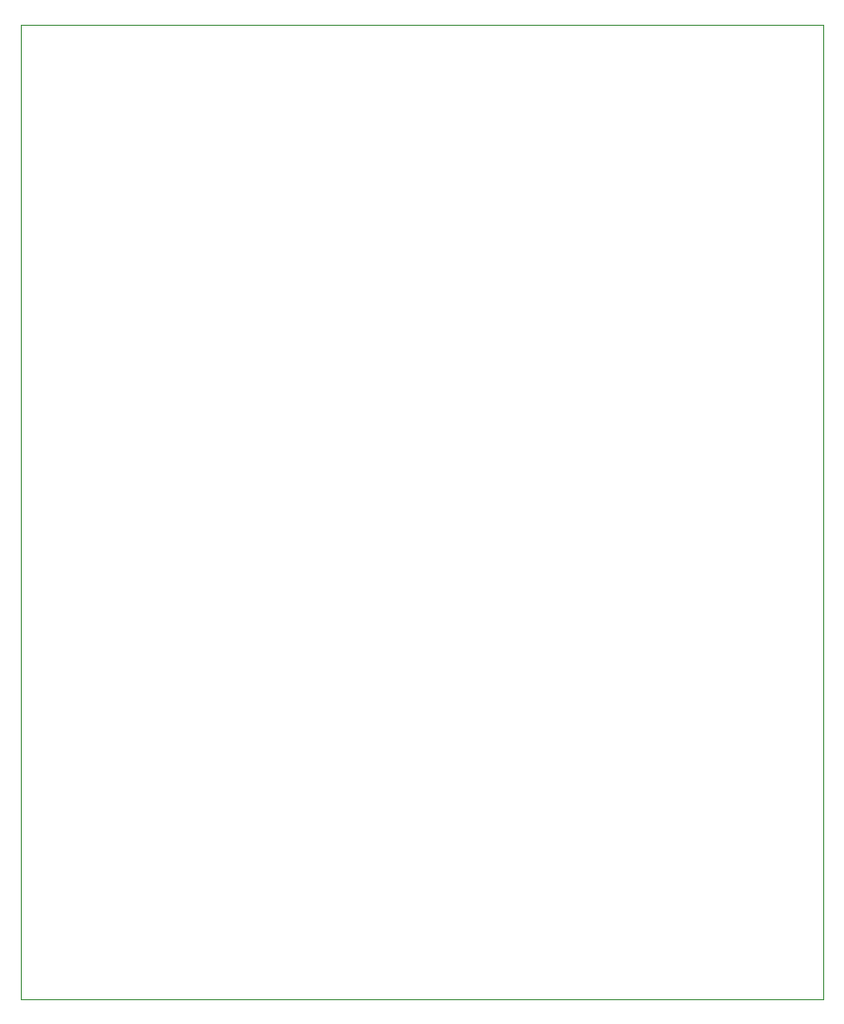
<source format=gm1>
G04 #@! TF.GenerationSoftware,KiCad,Pcbnew,(6.0.1)*
G04 #@! TF.CreationDate,2023-03-09T23:42:47+09:00*
G04 #@! TF.ProjectId,iidx_pcb,69696478-5f70-4636-922e-6b696361645f,rev?*
G04 #@! TF.SameCoordinates,Original*
G04 #@! TF.FileFunction,Profile,NP*
%FSLAX46Y46*%
G04 Gerber Fmt 4.6, Leading zero omitted, Abs format (unit mm)*
G04 Created by KiCad (PCBNEW (6.0.1)) date 2023-03-09 23:42:47*
%MOMM*%
%LPD*%
G01*
G04 APERTURE LIST*
G04 #@! TA.AperFunction,Profile*
%ADD10C,0.100000*%
G04 #@! TD*
G04 APERTURE END LIST*
D10*
X46355000Y-68580000D02*
X114935000Y-68580000D01*
X114935000Y-68580000D02*
X114935000Y-151765000D01*
X114935000Y-151765000D02*
X46355000Y-151765000D01*
X46355000Y-151765000D02*
X46355000Y-68580000D01*
M02*

</source>
